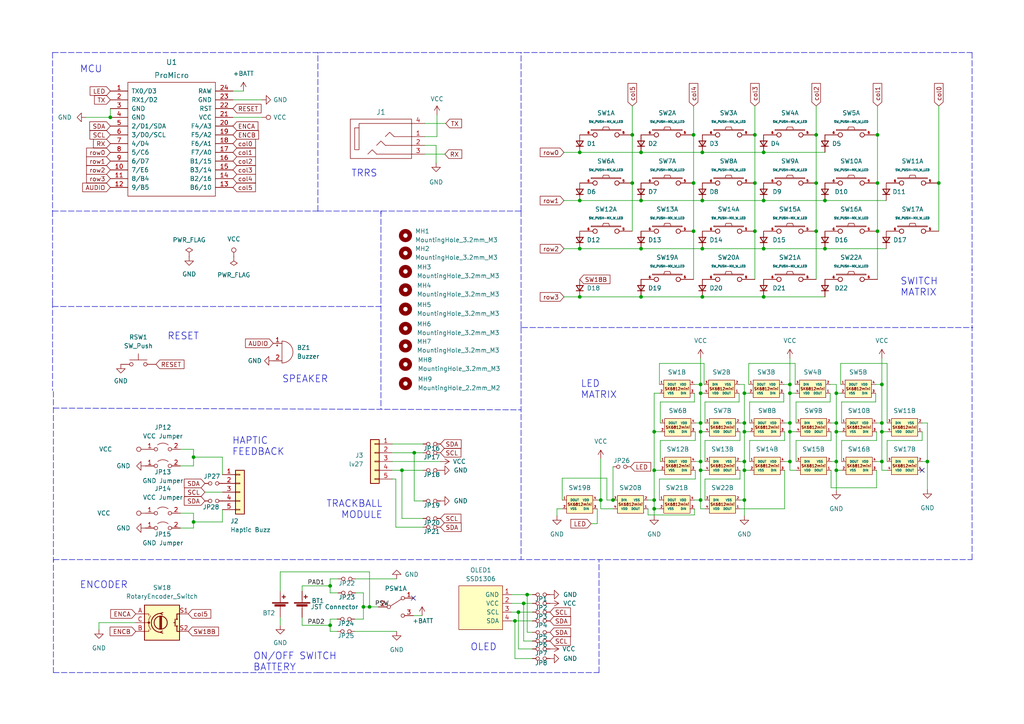
<source format=kicad_sch>
(kicad_sch (version 20230121) (generator eeschema)
  (paper "A4")
  (title_block (title "Klor Split Keyboard") (date "2024-07-24") (rev "1.4") (comment 1 "Schematic based on Klor") (comment 2 "Author: ElectronLab"))
  (junction (at 185.928 86.106))
  (junction (at 174.244 145.034))
  (junction (at 189.738 147.574))
  (junction (at 116.586 136.398))
  (junction (at 203.2 125.222))
  (junction (at 152.908 172.466))
  (junction (at 272.288 53.086))
  (junction (at 120.142 131.318))
  (junction (at 56.134 132.588))
  (junction (at 221.488 86.106))
  (junction (at 32.004 34.036))
  (junction (at 215.9 122.682))
  (junction (at 189.738 145.034))
  (junction (at 203.2 122.682))
  (junction (at 255.778 133.858))
  (junction (at 203.708 44.196))
  (junction (at 95.758 181.356))
  (junction (at 218.948 67.056))
  (junction (at 185.928 72.136))
  (junction (at 201.168 67.056))
  (junction (at 203.708 86.106))
  (junction (at 203.2 133.858))
  (junction (at 56.134 151.384))
  (junction (at 201.168 39.116))
  (junction (at 239.268 72.136))
  (junction (at 168.148 86.106))
  (junction (at 203.2 111.506))
  (junction (at 215.9 125.222))
  (junction (at 185.928 58.166))
  (junction (at 215.9 136.398))
  (junction (at 229.108 114.046))
  (junction (at 255.778 111.506))
  (junction (at 203.708 72.136))
  (junction (at 221.488 58.166))
  (junction (at 183.388 39.116))
  (junction (at 254.508 53.086))
  (junction (at 107.188 176.022))
  (junction (at 95.758 169.926))
  (junction (at 168.148 72.136))
  (junction (at 268.986 133.858))
  (junction (at 185.928 44.196))
  (junction (at 201.168 53.086))
  (junction (at 229.108 133.858))
  (junction (at 242.57 114.046))
  (junction (at 203.708 58.166))
  (junction (at 236.728 53.086))
  (junction (at 177.8 145.034))
  (junction (at 151.892 175.006))
  (junction (at 242.57 136.398))
  (junction (at 254.508 67.056))
  (junction (at 255.778 125.222))
  (junction (at 189.738 136.398))
  (junction (at 149.352 180.086))
  (junction (at 221.488 44.196))
  (junction (at 168.148 44.196))
  (junction (at 189.738 125.222))
  (junction (at 254.508 39.116))
  (junction (at 183.388 53.086))
  (junction (at 168.148 58.166))
  (junction (at 218.948 39.116))
  (junction (at 203.2 114.046))
  (junction (at 236.728 67.056))
  (junction (at 229.108 111.506))
  (junction (at 150.368 177.546))
  (junction (at 221.488 72.136))
  (junction (at 203.2 145.034))
  (junction (at 239.268 58.166))
  (junction (at 105.41 176.022))
  (junction (at 242.57 133.858))
  (junction (at 215.9 133.858))
  (junction (at 229.108 125.222))
  (junction (at 215.9 114.046))
  (junction (at 242.57 122.682))
  (junction (at 242.57 125.222))
  (junction (at 215.9 145.034))
  (junction (at 229.108 122.682))
  (junction (at 255.778 122.682))
  (junction (at 236.728 39.116))
  (junction (at 218.948 53.086))
  (junction (at 203.2 136.398))
  (no_connect (at 119.888 173.482))
  (no_connect (at 267.462 136.398))
  (wire (pts (xy 241.046 133.858) (xy 242.57 133.858)))
  (polyline (pts (xy 151.13 61.214) (xy 151.13 94.996)) (stroke (width 0) (type dash)))
  (wire (pts (xy 255.778 125.222) (xy 257.302 125.222)))
  (wire (pts (xy 105.41 176.022) (xy 105.41 179.578)))
  (wire (pts (xy 229.108 122.682) (xy 229.108 114.046)))
  (wire (pts (xy 214.376 114.046) (xy 214.376 116.586)))
  (wire (pts (xy 201.168 67.056) (xy 201.168 81.026)))
  (wire (pts (xy 215.9 125.222) (xy 217.424 125.222)))
  (wire (pts (xy 176.022 145.034) (xy 177.8 145.034)))
  (wire (pts (xy 151.892 185.928) (xy 154.432 185.928)))
  (wire (pts (xy 113.792 128.778) (xy 122.682 128.778)))
  (wire (pts (xy 203.2 122.682) (xy 203.2 114.046)))
  (wire (pts (xy 214.63 122.682) (xy 215.9 122.682)))
  (wire (pts (xy 39.37 180.594) (xy 28.702 180.594)))
  (wire (pts (xy 185.928 86.106) (xy 203.708 86.106)))
  (polyline (pts (xy 92.202 61.214) (xy 151.13 61.214)) (stroke (width 0) (type dash)))
  (wire (pts (xy 189.738 114.046) (xy 189.738 125.222)))
  (wire (pts (xy 242.57 114.046) (xy 242.57 122.682)))
  (wire (pts (xy 176.022 138.684) (xy 176.022 145.034)))
  (wire (pts (xy 203.2 147.574) (xy 204.47 147.574)))
  (wire (pts (xy 56.134 130.302) (xy 52.324 130.302)))
  (wire (pts (xy 255.778 111.506) (xy 254 111.506)))
  (wire (pts (xy 242.57 133.858) (xy 242.57 136.398)))
  (wire (pts (xy 161.544 147.574) (xy 163.068 147.574)))
  (wire (pts (xy 189.738 136.398) (xy 189.738 145.034)))
  (wire (pts (xy 191.262 145.034) (xy 191.262 138.938)))
  (wire (pts (xy 203.2 103.886) (xy 203.2 111.506)))
  (wire (pts (xy 163.576 72.136) (xy 168.148 72.136)))
  (wire (pts (xy 242.57 111.506) (xy 242.57 114.046)))
  (wire (pts (xy 203.708 72.136) (xy 221.488 72.136)))
  (wire (pts (xy 217.424 122.682) (xy 217.424 116.586)))
  (wire (pts (xy 163.576 86.106) (xy 168.148 86.106)))
  (wire (pts (xy 67.564 28.956) (xy 75.946 28.956)))
  (wire (pts (xy 214.63 125.222) (xy 214.63 127.762)))
  (wire (pts (xy 187.96 149.352) (xy 201.422 149.352)))
  (wire (pts (xy 64.516 147.828) (xy 64.516 151.384)))
  (wire (pts (xy 214.63 133.858) (xy 215.9 133.858)))
  (wire (pts (xy 185.928 58.166) (xy 203.708 58.166)))
  (wire (pts (xy 254.508 30.734) (xy 254.508 39.116)))
  (polyline (pts (xy 92.456 15.24) (xy 193.548 15.24)) (stroke (width 0) (type dash)))
  (wire (pts (xy 203.2 125.222) (xy 203.2 122.682)))
  (wire (pts (xy 201.422 149.352) (xy 201.422 147.574)))
  (wire (pts (xy 189.738 125.222) (xy 191.516 125.222)))
  (polyline (pts (xy 15.24 15.24) (xy 92.202 15.24)) (stroke (width 0) (type dash)))
  (polyline (pts (xy 193.548 15.24) (xy 281.94 15.24)) (stroke (width 0) (type dash)))
  (polyline (pts (xy 173.736 195.072) (xy 173.736 162.306)) (stroke (width 0) (type dash)))
  (wire (pts (xy 267.462 122.682) (xy 268.986 122.682)))
  (wire (pts (xy 171.45 151.892) (xy 173.228 151.892)))
  (wire (pts (xy 217.424 127.762) (xy 227.584 127.762)))
  (wire (pts (xy 149.352 191.008) (xy 154.432 191.008)))
  (wire (pts (xy 229.108 103.886) (xy 229.108 111.506)))
  (wire (pts (xy 227.584 127.762) (xy 227.584 125.222)))
  (wire (pts (xy 168.148 58.166) (xy 185.928 58.166)))
  (wire (pts (xy 255.778 122.682) (xy 255.778 125.222)))
  (wire (pts (xy 203.708 58.166) (xy 221.488 58.166)))
  (wire (pts (xy 214.63 138.938) (xy 204.47 138.938)))
  (wire (pts (xy 126.746 33.274) (xy 126.746 39.624)))
  (polyline (pts (xy 15.24 15.24) (xy 15.24 61.214)) (stroke (width 0) (type dash)))
  (wire (pts (xy 191.262 138.938) (xy 201.676 138.938)))
  (wire (pts (xy 161.544 149.606) (xy 161.544 147.574)))
  (wire (pts (xy 239.268 58.166) (xy 257.048 58.166)))
  (wire (pts (xy 255.778 103.886) (xy 255.778 111.506)))
  (wire (pts (xy 257.302 127.762) (xy 257.302 133.858)))
  (wire (pts (xy 103.124 171.958) (xy 105.41 171.958)))
  (wire (pts (xy 254.254 136.398) (xy 254.254 141.478)))
  (wire (pts (xy 268.986 133.858) (xy 268.986 141.986)))
  (wire (pts (xy 56.134 153.162) (xy 56.134 151.384)))
  (wire (pts (xy 113.792 133.858) (xy 127.762 133.858)))
  (wire (pts (xy 189.738 125.222) (xy 189.738 136.398)))
  (wire (pts (xy 191.516 116.586) (xy 201.422 116.586)))
  (wire (pts (xy 123.19 44.704) (xy 129.032 44.704)))
  (wire (pts (xy 229.108 114.046) (xy 230.632 114.046)))
  (polyline (pts (xy 15.24 88.9) (xy 110.49 88.9)) (stroke (width 0) (type dash)))
  (wire (pts (xy 230.886 127.762) (xy 230.886 133.858)))
  (wire (pts (xy 56.134 135.128) (xy 56.134 132.588)))
  (wire (pts (xy 113.792 131.318) (xy 120.142 131.318)))
  (wire (pts (xy 148.336 177.546) (xy 150.368 177.546)))
  (wire (pts (xy 272.288 53.086) (xy 272.288 67.056)))
  (wire (pts (xy 163.068 138.684) (xy 176.022 138.684)))
  (wire (pts (xy 203.708 86.106) (xy 221.488 86.106)))
  (wire (pts (xy 268.986 122.682) (xy 268.986 133.858)))
  (wire (pts (xy 168.148 72.136) (xy 185.928 72.136)))
  (wire (pts (xy 203.2 114.046) (xy 204.216 114.046)))
  (wire (pts (xy 95.758 171.958) (xy 98.044 171.958)))
  (wire (pts (xy 255.778 125.222) (xy 255.778 133.858)))
  (wire (pts (xy 204.216 105.41) (xy 204.216 111.506)))
  (wire (pts (xy 230.886 116.586) (xy 230.886 122.682)))
  (wire (pts (xy 267.462 127.762) (xy 257.302 127.762)))
  (wire (pts (xy 105.41 176.022) (xy 107.188 176.022)))
  (wire (pts (xy 229.108 133.858) (xy 229.108 125.222)))
  (wire (pts (xy 187.96 145.034) (xy 189.738 145.034)))
  (wire (pts (xy 113.792 138.938) (xy 114.808 138.938)))
  (wire (pts (xy 149.352 180.086) (xy 149.352 191.008)))
  (wire (pts (xy 81.28 171.45) (xy 81.28 165.862)))
  (wire (pts (xy 221.488 58.166) (xy 239.268 58.166)))
  (wire (pts (xy 203.2 125.222) (xy 204.47 125.222)))
  (wire (pts (xy 236.728 30.734) (xy 236.728 39.116)))
  (wire (pts (xy 201.422 145.034) (xy 203.2 145.034)))
  (wire (pts (xy 173.228 151.892) (xy 173.228 147.574)))
  (wire (pts (xy 148.336 180.086) (xy 149.352 180.086)))
  (wire (pts (xy 243.84 105.41) (xy 257.302 105.41)))
  (wire (pts (xy 150.368 177.546) (xy 150.368 188.214)))
  (wire (pts (xy 189.738 149.606) (xy 189.738 147.574)))
  (wire (pts (xy 189.738 136.398) (xy 191.516 136.398)))
  (wire (pts (xy 126.492 42.164) (xy 123.19 42.164)))
  (wire (pts (xy 52.324 148.844) (xy 56.134 148.844)))
  (polyline (pts (xy 15.494 195.072) (xy 92.202 195.072)) (stroke (width 0) (type dash)))
  (wire (pts (xy 217.17 111.506) (xy 217.17 105.41)))
  (wire (pts (xy 56.134 151.384) (xy 64.516 151.384)))
  (wire (pts (xy 243.84 111.506) (xy 243.84 105.41)))
  (polyline (pts (xy 151.384 94.996) (xy 282.194 94.996)) (stroke (width 0) (type dash)))
  (wire (pts (xy 191.262 105.41) (xy 204.216 105.41)))
  (wire (pts (xy 183.388 53.086) (xy 183.388 67.056)))
  (wire (pts (xy 241.046 125.222) (xy 241.046 127.762)))
  (polyline (pts (xy 15.494 162.56) (xy 15.494 162.814)) (stroke (width 0) (type dash)))
  (polyline (pts (xy 15.24 87.63) (xy 15.24 113.284)) (stroke (width 0) (type dash)))
  (wire (pts (xy 203.2 133.858) (xy 203.2 136.398)))
  (wire (pts (xy 120.142 131.318) (xy 122.682 131.318)))
  (wire (pts (xy 173.228 145.034) (xy 174.244 145.034)))
  (wire (pts (xy 191.516 127.762) (xy 201.676 127.762)))
  (wire (pts (xy 203.708 44.196) (xy 221.488 44.196)))
  (wire (pts (xy 257.302 105.41) (xy 257.302 122.682)))
  (wire (pts (xy 215.9 136.398) (xy 217.424 136.398)))
  (wire (pts (xy 215.9 114.046) (xy 215.9 122.682)))
  (wire (pts (xy 64.516 137.668) (xy 64.516 132.588)))
  (wire (pts (xy 113.792 136.398) (xy 116.586 136.398)))
  (wire (pts (xy 217.17 105.41) (xy 230.632 105.41)))
  (wire (pts (xy 189.738 147.574) (xy 191.262 147.574)))
  (wire (pts (xy 227.584 122.682) (xy 229.108 122.682)))
  (wire (pts (xy 214.376 116.586) (xy 204.47 116.586)))
  (wire (pts (xy 254.254 127.762) (xy 254.254 125.222)))
  (wire (pts (xy 215.9 133.858) (xy 215.9 136.398)))
  (wire (pts (xy 241.046 141.478) (xy 254.254 141.478)))
  (wire (pts (xy 255.778 136.398) (xy 257.302 136.398)))
  (wire (pts (xy 236.728 67.056) (xy 236.728 81.026)))
  (wire (pts (xy 254 116.586) (xy 254 114.046)))
  (wire (pts (xy 242.57 122.682) (xy 242.57 125.222)))
  (wire (pts (xy 215.9 125.222) (xy 215.9 133.858)))
  (wire (pts (xy 24.892 34.036) (xy 32.004 34.036)))
  (wire (pts (xy 97.79 183.134) (xy 95.758 183.134)))
  (wire (pts (xy 150.368 188.214) (xy 154.432 188.214)))
  (wire (pts (xy 268.986 133.858) (xy 267.462 133.858)))
  (wire (pts (xy 203.2 114.046) (xy 203.2 111.506)))
  (wire (pts (xy 240.792 116.586) (xy 230.886 116.586)))
  (polyline (pts (xy 15.494 162.306) (xy 281.94 162.306)) (stroke (width 0) (type dash)))
  (wire (pts (xy 174.244 133.096) (xy 174.244 145.034)))
  (wire (pts (xy 215.9 136.398) (xy 215.9 145.034)))
  (wire (pts (xy 229.108 125.222) (xy 229.108 122.682)))
  (wire (pts (xy 191.516 133.858) (xy 191.516 127.762)))
  (wire (pts (xy 123.19 35.814) (xy 129.286 35.814)))
  (wire (pts (xy 187.96 147.574) (xy 187.96 149.352)))
  (wire (pts (xy 163.576 58.166) (xy 168.148 58.166)))
  (wire (pts (xy 215.9 111.506) (xy 215.9 114.046)))
  (wire (pts (xy 244.094 127.762) (xy 254.254 127.762)))
  (wire (pts (xy 95.758 183.134) (xy 95.758 181.356)))
  (wire (pts (xy 151.892 175.006) (xy 151.892 185.928)))
  (wire (pts (xy 254.508 53.086) (xy 254.508 67.056)))
  (polyline (pts (xy 110.49 61.214) (xy 110.49 61.976)) (stroke (width 0) (type dash)))
  (wire (pts (xy 64.516 132.588) (xy 56.134 132.588)))
  (wire (pts (xy 221.488 44.196) (xy 239.268 44.196)))
  (polyline (pts (xy 281.94 77.978) (xy 281.94 78.232)) (stroke (width 0) (type dash)))
  (wire (pts (xy 203.2 136.398) (xy 203.2 145.034)))
  (wire (pts (xy 95.758 167.894) (xy 95.758 169.926)))
  (wire (pts (xy 218.948 30.734) (xy 218.948 39.116)))
  (wire (pts (xy 185.928 72.136) (xy 203.708 72.136)))
  (wire (pts (xy 126.492 47.244) (xy 126.492 42.164)))
  (wire (pts (xy 148.336 172.466) (xy 152.908 172.466)))
  (wire (pts (xy 214.63 136.398) (xy 214.63 138.938)))
  (wire (pts (xy 56.134 132.588) (xy 56.134 130.302)))
  (wire (pts (xy 203.2 133.858) (xy 203.2 125.222)))
  (wire (pts (xy 229.108 111.506) (xy 227.33 111.506)))
  (wire (pts (xy 123.19 39.624) (xy 126.746 39.624)))
  (wire (pts (xy 105.41 171.958) (xy 105.41 176.022)))
  (wire (pts (xy 149.352 180.086) (xy 154.432 180.086)))
  (wire (pts (xy 221.488 86.106) (xy 239.268 86.106)))
  (wire (pts (xy 201.422 116.586) (xy 201.422 114.046)))
  (wire (pts (xy 254.254 122.682) (xy 255.778 122.682)))
  (wire (pts (xy 52.324 153.162) (xy 56.134 153.162)))
  (wire (pts (xy 229.108 133.858) (xy 229.108 136.398)))
  (wire (pts (xy 87.63 181.356) (xy 95.758 181.356)))
  (wire (pts (xy 255.778 111.506) (xy 255.778 122.682)))
  (wire (pts (xy 102.87 179.578) (xy 105.41 179.578)))
  (wire (pts (xy 218.948 67.056) (xy 218.948 81.026)))
  (wire (pts (xy 201.168 53.086) (xy 201.168 67.056)))
  (wire (pts (xy 203.2 136.398) (xy 204.47 136.398)))
  (wire (pts (xy 168.148 86.106) (xy 185.928 86.106)))
  (wire (pts (xy 120.142 131.318) (xy 120.142 145.288)))
  (wire (pts (xy 242.57 125.222) (xy 244.094 125.222)))
  (wire (pts (xy 201.168 30.734) (xy 201.168 39.116)))
  (wire (pts (xy 152.908 183.388) (xy 152.908 172.466)))
  (wire (pts (xy 267.462 125.222) (xy 267.462 127.762)))
  (wire (pts (xy 183.388 39.116) (xy 183.388 53.086)))
  (polyline (pts (xy 281.94 162.306) (xy 281.94 79.756)) (stroke (width 0) (type dash)))
  (wire (pts (xy 227.33 116.586) (xy 227.33 114.046)))
  (wire (pts (xy 174.244 145.034) (xy 174.244 147.574)))
  (wire (pts (xy 98.044 167.894) (xy 95.758 167.894)))
  (wire (pts (xy 242.57 136.398) (xy 244.094 136.398)))
  (wire (pts (xy 218.948 39.116) (xy 218.948 53.086)))
  (polyline (pts (xy 110.49 61.214) (xy 110.49 118.618)) (stroke (width 0) (type dash)))
  (wire (pts (xy 244.094 122.682) (xy 244.094 116.586)))
  (wire (pts (xy 254.508 39.116) (xy 254.508 53.086)))
  (wire (pts (xy 174.244 147.574) (xy 177.8 147.574)))
  (wire (pts (xy 150.368 177.546) (xy 154.432 177.546)))
  (wire (pts (xy 201.676 127.762) (xy 201.676 125.222)))
  (wire (pts (xy 230.632 105.41) (xy 230.632 111.506)))
  (wire (pts (xy 244.094 116.586) (xy 254 116.586)))
  (wire (pts (xy 229.108 136.398) (xy 230.886 136.398)))
  (wire (pts (xy 119.888 178.562) (xy 122.428 178.562)))
  (wire (pts (xy 95.758 179.578) (xy 97.79 179.578)))
  (wire (pts (xy 204.47 127.762) (xy 204.47 133.858)))
  (wire (pts (xy 201.168 39.116) (xy 201.168 53.086)))
  (wire (pts (xy 221.488 72.136) (xy 239.268 72.136)))
  (wire (pts (xy 241.046 122.682) (xy 242.57 122.682)))
  (wire (pts (xy 116.586 136.398) (xy 116.586 150.368)))
  (wire (pts (xy 214.63 145.034) (xy 215.9 145.034)))
  (wire (pts (xy 229.108 114.046) (xy 229.108 111.506)))
  (wire (pts (xy 203.2 145.034) (xy 203.2 147.574)))
  (wire (pts (xy 185.928 44.196) (xy 203.708 44.196)))
  (wire (pts (xy 236.728 39.116) (xy 236.728 53.086)))
  (wire (pts (xy 215.9 145.034) (xy 215.9 149.606)))
  (wire (pts (xy 215.9 122.682) (xy 215.9 125.222)))
  (wire (pts (xy 102.87 183.134) (xy 115.062 183.134)))
  (wire (pts (xy 191.262 111.506) (xy 191.262 105.41)))
  (wire (pts (xy 255.778 136.398) (xy 255.778 133.858)))
  (wire (pts (xy 95.758 169.926) (xy 95.758 171.958)))
  (wire (pts (xy 236.728 53.086) (xy 236.728 67.056)))
  (wire (pts (xy 148.336 175.006) (xy 151.892 175.006)))
  (wire (pts (xy 122.682 145.288) (xy 120.142 145.288)))
  (wire (pts (xy 218.948 53.086) (xy 218.948 67.056)))
  (wire (pts (xy 177.8 135.382) (xy 177.8 145.034)))
  (wire (pts (xy 227.584 147.574) (xy 227.584 136.398)))
  (wire (pts (xy 217.424 133.858) (xy 217.424 127.762)))
  (wire (pts (xy 215.9 114.046) (xy 217.17 114.046)))
  (wire (pts (xy 241.046 127.762) (xy 230.886 127.762)))
  (wire (pts (xy 214.376 111.506) (xy 215.9 111.506)))
  (wire (pts (xy 189.738 145.034) (xy 189.738 147.574)))
  (wire (pts (xy 214.63 147.574) (xy 227.584 147.574)))
  (wire (pts (xy 56.134 148.844) (xy 56.134 151.384)))
  (wire (pts (xy 239.268 72.136) (xy 257.048 72.136)))
  (polyline (pts (xy 151.13 61.214) (xy 151.13 15.24)) (stroke (width 0) (type dash)))
  (wire (pts (xy 201.676 138.938) (xy 201.676 136.398)))
  (wire (pts (xy 59.436 142.748) (xy 64.516 142.748)))
  (wire (pts (xy 168.148 44.196) (xy 185.928 44.196)))
  (wire (pts (xy 229.108 125.222) (xy 230.886 125.222)))
  (wire (pts (xy 151.892 175.006) (xy 154.432 175.006)))
  (polyline (pts (xy 151.13 94.996) (xy 151.13 162.306)) (stroke (width 0) (type dash)))
  (wire (pts (xy 254.508 67.056) (xy 254.508 81.026)))
  (polyline (pts (xy 15.494 118.364) (xy 151.13 118.872)) (stroke (width 0) (type dash)))
  (polyline (pts (xy 15.494 113.538) (xy 15.494 195.072)) (stroke (width 0) (type dash)))
  (wire (pts (xy 87.63 169.926) (xy 95.758 169.926)))
  (wire (pts (xy 242.57 136.398) (xy 242.57 142.24)))
  (wire (pts (xy 107.188 176.022) (xy 109.728 176.022)))
  (wire (pts (xy 254.254 133.858) (xy 255.778 133.858)))
  (wire (pts (xy 227.584 133.858) (xy 229.108 133.858)))
  (wire (pts (xy 163.576 44.196) (xy 168.148 44.196)))
  (polyline (pts (xy 281.94 15.24) (xy 281.94 79.756)) (stroke (width 0) (type dash)))
  (wire (pts (xy 52.324 135.128) (xy 56.134 135.128)))
  (wire (pts (xy 103.124 167.894) (xy 115.062 167.894)))
  (wire (pts (xy 122.682 152.908) (xy 114.808 152.908)))
  (wire (pts (xy 152.908 183.388) (xy 154.432 183.388)))
  (wire (pts (xy 87.63 171.45) (xy 87.63 169.926)))
  (wire (pts (xy 214.63 127.762) (xy 204.47 127.762)))
  (wire (pts (xy 28.702 180.594) (xy 28.702 182.626)))
  (wire (pts (xy 87.63 179.07) (xy 87.63 181.356)))
  (wire (pts (xy 81.28 179.07) (xy 81.28 181.356)))
  (wire (pts (xy 240.792 111.506) (xy 242.57 111.506)))
  (wire (pts (xy 217.424 116.586) (xy 227.33 116.586)))
  (wire (pts (xy 272.288 30.734) (xy 272.288 53.086)))
  (wire (pts (xy 114.808 152.908) (xy 114.808 138.938)))
  (wire (pts (xy 242.57 114.046) (xy 243.84 114.046)))
  (wire (pts (xy 163.068 145.034) (xy 163.068 138.684)))
  (wire (pts (xy 67.564 34.036) (xy 75.946 34.036)))
  (wire (pts (xy 183.388 30.734) (xy 183.388 39.116)))
  (wire (pts (xy 204.47 138.938) (xy 204.47 145.034)))
  (wire (pts (xy 241.046 136.398) (xy 241.046 141.478)))
  (wire (pts (xy 191.516 122.682) (xy 191.516 116.586)))
  (wire (pts (xy 107.188 165.862) (xy 107.188 176.022)))
  (wire (pts (xy 95.758 181.356) (xy 95.758 179.578)))
  (wire (pts (xy 81.28 165.862) (xy 107.188 165.862)))
  (wire (pts (xy 240.792 114.046) (xy 240.792 116.586)))
  (wire (pts (xy 191.262 114.046) (xy 189.738 114.046)))
  (wire (pts (xy 203.2 111.506) (xy 201.422 111.506)))
  (wire (pts (xy 32.004 31.496) (xy 32.004 34.036)))
  (polyline (pts (xy 15.24 61.214) (xy 92.202 61.214)) (stroke (width 0) (type dash)))
  (wire (pts (xy 201.676 122.682) (xy 203.2 122.682)))
  (wire (pts (xy 242.57 125.222) (xy 242.57 133.858)))
  (wire (pts (xy 122.682 150.368) (xy 116.586 150.368)))
  (wire (pts (xy 116.586 136.398) (xy 122.682 136.398)))
  (wire (pts (xy 204.47 116.586) (xy 204.47 122.682)))
  (wire (pts (xy 244.094 133.858) (xy 244.094 127.762)))
  (wire (pts (xy 201.676 133.858) (xy 203.2 133.858)))
  (wire (pts (xy 67.564 26.416) (xy 70.612 26.416)))
  (wire (pts (xy 152.908 172.466) (xy 154.432 172.466)))
  (polyline (pts (xy 92.202 61.214) (xy 92.202 15.24)) (stroke (width 0) (type dash)))
  (polyline (pts (xy 92.202 195.072) (xy 173.736 195.072)) (stroke (width 0) (type dash)))
  (polyline (pts (xy 15.24 61.214) (xy 15.24 87.63)) (stroke (width 0) (type dash)))
  (text "SWITCH\nMATRIX" (at 261.112 86.106 0) (effects (font (size 2 2)) (justify left bottom)))
  (text "MCU" (at 23.114 21.336 0) (effects (font (size 2 2)) (justify left bottom)))
  (text "ON/OFF SWITCH\nBATTERY" (at 73.406 194.818 0) (effects (font (size 2 2)) (justify left bottom)))
  (text "HAPTIC\nFEEDBACK" (at 67.31 132.334 0) (effects (font (size 2 2)) (justify left bottom)))
  (text "ENCODER" (at 23.114 170.942 0) (effects (font (size 2 2)) (justify left bottom)))
  (text "OLED" (at 136.398 188.976 0) (effects (font (size 2 2)) (justify left bottom)))
  (text "LED\nMATRIX" (at 168.402 115.824 0) (effects (font (size 2 2)) (justify left bottom)))
  (text "TRRS" (at 101.854 51.562 0) (effects (font (size 2 2)) (justify left bottom)))
  (text "TRACKBALL\nMODULE" (at 110.998 150.622 0) (effects (font (size 2 2)) (justify right bottom)))
  (text "RESET" (at 48.514 98.806 0) (effects (font (size 2 2)) (justify left bottom)))
  (text "SPEAKER" (at 81.788 111.252 0) (effects (font (size 2 2)) (justify left bottom)))
  (label "PAD2" (at 89.154 181.356 0))
  (label "PSW" (at 108.712 176.022 0))
  (label "PAD1" (at 89.154 169.926 0))
  (global_label "SCL" (shape input) (at 127.762 131.318 0) (property "Intersheetrefs" "${INTERSHEET_REFS}" (effects hide)))
  (global_label "TX" (shape input) (at 129.286 35.814 0) (property "Intersheetrefs" "${INTERSHEET_REFS}" (effects hide)))
  (global_label "RX" (shape input) (at 129.032 44.704 0) (property "Intersheetrefs" "${INTERSHEET_REFS}" (effects hide)))
  (global_label "SDA" (shape input) (at 32.004 36.576 180) (property "Intersheetrefs" "${INTERSHEET_REFS}" (effects hide)))
  (global_label "col0" (shape input) (at 272.288 30.734 90) (property "Intersheetrefs" "${INTERSHEET_REFS}" (effects hide)))
  (global_label "row2" (shape input) (at 163.576 72.136 180) (property "Intersheetrefs" "${INTERSHEET_REFS}" (effects hide)))
  (global_label "TX" (shape input) (at 32.004 28.956 180) (property "Intersheetrefs" "${INTERSHEET_REFS}" (effects hide)))
  (global_label "row3" (shape input) (at 163.576 86.106 180) (property "Intersheetrefs" "${INTERSHEET_REFS}" (effects hide)))
  (global_label "SW18B" (shape input) (at 168.148 81.026 0) (property "Intersheetrefs" "${INTERSHEET_REFS}" (effects hide)))
  (global_label "SDA" (shape input) (at 127.762 128.778 0) (property "Intersheetrefs" "${INTERSHEET_REFS}" (effects hide)))
  (global_label "LED" (shape input) (at 182.88 135.382 0) (property "Intersheetrefs" "${INTERSHEET_REFS}" (effects hide)))
  (global_label "col5" (shape input) (at 67.564 54.356 0) (property "Intersheetrefs" "${INTERSHEET_REFS}" (effects hide)))
  (global_label "SDA" (shape input) (at 159.512 180.086 0) (property "Intersheetrefs" "${INTERSHEET_REFS}" (effects hide)))
  (global_label "ENCA" (shape input) (at 39.37 178.054 180) (property "Intersheetrefs" "${INTERSHEET_REFS}" (effects hide)))
  (global_label "col4" (shape input) (at 67.564 51.816 0) (property "Intersheetrefs" "${INTERSHEET_REFS}" (effects hide)))
  (global_label "col0" (shape input) (at 67.564 41.656 0) (property "Intersheetrefs" "${INTERSHEET_REFS}" (effects hide)))
  (global_label "SCL" (shape input) (at 32.004 39.116 180) (property "Intersheetrefs" "${INTERSHEET_REFS}" (effects hide)))
  (global_label "RESET" (shape input) (at 45.212 105.664 0) (property "Intersheetrefs" "${INTERSHEET_REFS}" (effects hide)))
  (global_label "col1" (shape input) (at 254.508 30.734 90) (property "Intersheetrefs" "${INTERSHEET_REFS}" (effects hide)))
  (global_label "col2" (shape input) (at 236.728 30.734 90) (property "Intersheetrefs" "${INTERSHEET_REFS}" (effects hide)))
  (global_label "row3" (shape input) (at 32.004 51.816 180) (property "Intersheetrefs" "${INTERSHEET_REFS}" (effects hide)))
  (global_label "row2" (shape input) (at 32.004 49.276 180) (property "Intersheetrefs" "${INTERSHEET_REFS}" (effects hide)))
  (global_label "row0" (shape input) (at 163.576 44.196 180) (property "Intersheetrefs" "${INTERSHEET_REFS}" (effects hide)))
  (global_label "col4" (shape input) (at 201.168 30.734 90) (property "Intersheetrefs" "${INTERSHEET_REFS}" (effects hide)))
  (global_label "row0" (shape input) (at 32.004 44.196 180) (property "Intersheetrefs" "${INTERSHEET_REFS}" (effects hide)))
  (global_label "SCL" (shape input) (at 127.762 150.368 0) (property "Intersheetrefs" "${INTERSHEET_REFS}" (effects hide)))
  (global_label "SCL" (shape input) (at 159.512 177.546 0) (property "Intersheetrefs" "${INTERSHEET_REFS}" (effects hide)))
  (global_label "SDA" (shape input) (at 59.436 140.208 180) (property "Intersheetrefs" "${INTERSHEET_REFS}" (effects hide)))
  (global_label "AUDIO" (shape input) (at 32.004 54.356 180) (property "Intersheetrefs" "${INTERSHEET_REFS}" (effects hide)))
  (global_label "col3" (shape input) (at 218.948 30.734 90) (property "Intersheetrefs" "${INTERSHEET_REFS}" (effects hide)))
  (global_label "ENCB" (shape input) (at 67.564 39.116 0) (property "Intersheetrefs" "${INTERSHEET_REFS}" (effects hide)))
  (global_label "SCL" (shape input) (at 159.512 185.928 0) (property "Intersheetrefs" "${INTERSHEET_REFS}" (effects hide)))
  (global_label "SDA" (shape input) (at 159.512 183.388 0) (property "Intersheetrefs" "${INTERSHEET_REFS}" (effects hide)))
  (global_label "col5" (shape input) (at 183.388 30.734 90) (property "Intersheetrefs" "${INTERSHEET_REFS}" (effects hide)))
  (global_label "RESET" (shape input) (at 67.564 31.496 0) (property "Intersheetrefs" "${INTERSHEET_REFS}" (effects hide)))
  (global_label "LED" (shape input) (at 171.45 151.892 180) (property "Intersheetrefs" "${INTERSHEET_REFS}" (effects hide)))
  (global_label "SDA" (shape input) (at 127.762 152.908 0) (property "Intersheetrefs" "${INTERSHEET_REFS}" (effects hide)))
  (global_label "col5" (shape input) (at 54.61 178.054 0) (property "Intersheetrefs" "${INTERSHEET_REFS}" (effects hide)))
  (global_label "SDA" (shape input) (at 59.436 145.288 180) (property "Intersheetrefs" "${INTERSHEET_REFS}" (effects hide)))
  (global_label "row1" (shape input) (at 163.576 58.166 180) (property "Intersheetrefs" "${INTERSHEET_REFS}" (effects hide)))
  (global_label "ENCB" (shape input) (at 39.37 183.134 180) (property "Intersheetrefs" "${INTERSHEET_REFS}" (effects hide)))
  (global_label "col2" (shape input) (at 67.564 46.736 0) (property "Intersheetrefs" "${INTERSHEET_REFS}" (effects hide)))
  (global_label "SW18B" (shape input) (at 54.61 183.134 0) (property "Intersheetrefs" "${INTERSHEET_REFS}" (effects hide)))
  (global_label "ENCA" (shape input) (at 67.564 36.576 0) (property "Intersheetrefs" "${INTERSHEET_REFS}" (effects hide)))
  (global_label "col3" (shape input) (at 67.564 49.276 0) (property "Intersheetrefs" "${INTERSHEET_REFS}" (effects hide)))
  (global_label "row1" (shape input) (at 32.004 46.736 180) (property "Intersheetrefs" "${INTERSHEET_REFS}" (effects hide)))
  (global_label "col1" (shape input) (at 67.564 44.196 0) (property "Intersheetrefs" "${INTERSHEET_REFS}" (effects hide)))
  (global_label "LED" (shape input) (at 32.004 26.416 180) (property "Intersheetrefs" "${INTERSHEET_REFS}" (effects hide)))
  (global_label "AUDIO" (shape input) (at 79.248 99.568 180) (property "Intersheetrefs" "${INTERSHEET_REFS}" (effects hide)))
  (global_label "RX" (shape input) (at 32.004 41.656 180) (property "Intersheetrefs" "${INTERSHEET_REFS}" (effects hide)))
  (global_label "SCL" (shape input) (at 59.436 142.748 180) (property "Intersheetrefs" "${INTERSHEET_REFS}" (effects hide)))
  (symbol (lib_id "KLORlib:SW_PUSH-MX_W_LED") (at 196.596 123.952 0) (unit 2)
    (property "Reference" "SW6" (at 196.596 119.126 0))
    (property "Value" "SW_PUSH-MX_W_LED" (effects hide))
    (property "Footprint" "KLOR:SK6812MINI_and_cherry_1" (effects hide))
  )
  (symbol (lib_id "KLORlib:SW_PUSH-MX_W_LED") (at 196.342 146.304 0) (unit 2)
    (property "Reference" "SW21" (at 196.342 141.478 0))
    (property "Value" "SW_PUSH-MX_W_LED" (effects hide))
    (property "Footprint" "KLOR:SK6812MINI_and_cherry_1" (effects hide))
  )
  (symbol (lib_id "power:GND") (at 159.512 191.008 90) (unit 1)
    (property "Reference" "#PWR015" (effects hide))
    (property "Value" "GND" (at 163.322 191.0079 90) (effects (justify right)))
  )
  (symbol (lib_id "Device:D_Small") (at 203.708 41.656 90) (unit 1)
    (property "Reference" "D3" (at 205.74 41.6559 90) (effects (justify right)))
    (property "Value" "D_Small" (effects hide))
    (property "Footprint" "KLOR:Diode_SOD123" (effects hide))
  )
  (symbol (lib_id "power:+BATT") (at 70.612 26.416 0) (unit 1)
    (property "Reference" "#PWR0109" (effects hide))
    (property "Value" "+BATT" (at 70.612 21.336 0))
  )
  (symbol (lib_id "Mechanical:MountingHole") (at 117.602 89.662 0) (unit 1)
    (property "Reference" "MH5" (at 120.904 88.3919 0) (effects (justify left)))
    (property "Value" "MountingHole_3.2mm_M3" (at 120.904 90.9319 0) (effects (justify left)))
    (property "Footprint" "MountingHole:MountingHole_3.2mm_M3" (effects hide))
  )
  (symbol (lib_id "Device:Buzzer") (at 81.788 102.108 0) (unit 1)
    (property "Reference" "BZ1" (at 86.106 100.8379 0) (effects (justify left)))
    (property "Value" "Buzzer" (at 86.106 103.3779 0) (effects (justify left)))
    (property "Footprint" "KLOR:Buzzer_Mallory_AST1109MLTRQ_reversible" (effects hide))
  )
  (symbol (lib_id "Mechanical:MountingHole") (at 117.602 105.664 0) (unit 1)
    (property "Reference" "MH8" (at 121.158 104.3939 0) (effects (justify left)))
    (property "Value" "MountingHole_3.2mm_M3" (at 121.158 106.9339 0) (effects (justify left)))
    (property "Footprint" "MountingHole:MountingHole_3.2mm_M3" (effects hide))
  )
  (symbol (lib_id "KLORlib:SW_PUSH-MX_W_LED") (at 211.328 67.056 0) (unit 1)
    (property "Reference" "SW14" (at 211.328 60.706 0))
    (property "Value" "SW_PUSH-MX_W_LED" (at 211.328 63.246 0) (effects (font (size 0.635 0.635))))
    (property "Footprint" "KLOR:SK6812MINI_and_cherry_1" (effects hide))
  )
  (symbol (lib_id "KLORlib:SW_PUSH-MX_W_LED") (at 193.548 67.056 0) (unit 1)
    (property "Reference" "SW13" (at 193.548 60.706 0))
    (property "Value" "SW_PUSH-MX_W_LED" (at 193.548 63.246 0) (effects (font (size 0.635 0.635))))
    (property "Footprint" "KLOR:SK6812MINI_and_cherry_1" (effects hide))
  )
  (symbol (lib_id "Device:D_Small") (at 239.268 69.596 90) (unit 1)
    (property "Reference" "D16" (at 242.062 69.5959 90) (effects (justify right)))
    (property "Value" "D_Small" (effects hide))
    (property "Footprint" "KLOR:Diode_SOD123" (effects hide))
  )
  (symbol (lib_id "Device:D_Small") (at 203.708 83.566 90) (unit 1)
    (property "Reference" "D20" (at 205.74 83.5659 90) (effects (justify right)))
    (property "Value" "D_Small" (effects hide))
    (property "Footprint" "KLOR:Diode_SOD123" (effects hide))
  )
  (symbol (lib_id "power:GND") (at 35.052 105.664 0) (unit 1)
    (property "Reference" "#PWR014" (effects hide))
    (property "Value" "GND" (at 35.052 110.49 0))
  )
  (symbol (lib_id "SofleKeyboard-cache:power_VCC") (at 67.818 74.422 0) (unit 1)
    (property "Reference" "#PWR017" (effects hide))
    (property "Value" "power_VCC" (at 67.818 69.342 0))
  )
  (symbol (lib_id "Device:D_Small") (at 168.148 83.566 90) (unit 1)
    (property "Reference" "D18" (at 170.18 83.5659 90) (effects (justify right)))
    (property "Value" "D_Small" (effects hide))
    (property "Footprint" "KLOR:Diode_SOD123" (effects hide))
  )
  (symbol (lib_id "KLORlib:SW_PUSH-MX_W_LED") (at 235.966 123.952 180) (unit 2)
    (property "Reference" "SW9" (at 235.966 119.126 0))
    (property "Value" "SW_PUSH-MX_W_LED" (effects hide))
    (property "Footprint" "KLOR:SK6812MINI_and_cherry_1" (effects hide))
  )
  (symbol (lib_id "KLORlib:SW_PUSH-MX_W_LED") (at 211.328 39.116 0) (unit 1)
    (property "Reference" "SW3" (at 211.328 32.766 0))
    (property "Value" "SW_PUSH-MX_W_LED" (at 211.328 35.306 0) (effects (font (size 0.635 0.635))))
    (property "Footprint" "KLOR:SK6812MINI_and_cherry_1" (effects hide))
  )
  (symbol (lib_id "Switch:SW_DPDT_x2") (at 114.808 176.022 0) (unit 1)
    (property "Reference" "PSW1" (at 114.808 170.688 0))
    (property "Value" "SW_DPDT_x2" (effects hide))
    (property "Footprint" "KLOR:MSK12C02_reversible" (effects hide))
  )
  (symbol (lib_id "KLORlib:SW_PUSH-MX_W_LED") (at 246.888 67.056 0) (unit 1)
    (property "Reference" "SW16" (at 246.888 60.706 0))
    (property "Value" "SW_PUSH-MX_W_LED" (at 246.888 63.246 0) (effects (font (size 0.635 0.635))))
    (property "Footprint" "KLOR:SK6812MINI_and_cherry_1" (effects hide))
  )
  (symbol (lib_id "KLORlib:SW_PUSH-MX_W_LED") (at 193.548 81.026 0) (unit 1)
    (property "Reference" "SW19" (at 193.548 74.676 0))
    (property "Value" "SW_PUSH-MX_W_LED" (at 193.548 77.216 0) (effects (font (size 0.635 0.635))))
    (property "Footprint" "KLOR:SK6812MINI_and_cherry_1" (effects hide))
  )
  (symbol (lib_id "Connector_Generic:Conn_01x05") (at 108.712 133.858 0) (mirror y) (unit 1)
    (property "Reference" "J3" (at 105.41 132.08 0) (effects (justify left)))
    (property "Value" "lv27" (at 105.41 134.62 0) (effects (justify left)))
    (property "Footprint" "KLOR:lvc27_onlyInput" (effects hide))
  )
  (symbol (lib_id "KLORlib:Device_Jumper_NO_Small") (at 100.584 171.958 0) (unit 1)
    (property "Reference" "JP23" (at 100.584 173.228 0))
    (property "Value" "Device_Jumper_NO_Small" (effects hide))
    (property "Footprint" "KLOR:Jumper" (effects hide))
  )
  (symbol (lib_id "power:+BATT") (at 122.428 178.562 0) (unit 1)
    (property "Reference" "#PWR0104" (effects hide))
    (property "Value" "+BATT" (at 122.682 180.086 0))
  )
  (symbol (lib_id "KLORlib:MJ-4PP-9 TRRS") (at 111.76 39.624 0) (unit 1)
    (property "Reference" "J1" (at 110.49 32.512 0) (effects (font (size 1.524 1.524))))
    (property "Value" "MJ-4PP-9" (effects hide))
    (property "Footprint" "KLOR:MJ-4PP-9" (effects hide))
  )
  (symbol (lib_id "power:GND") (at 75.946 28.956 90) (unit 1)
    (property "Reference" "#PWR0103" (effects hide))
    (property "Value" "GND" (at 79.248 28.9559 90) (effects (justify right)))
  )
  (symbol (lib_id "KLORlib:Device_Jumper_NO_Small") (at 61.976 145.288 0) (unit 1)
    (property "Reference" "JP28" (at 61.214 147.066 0))
    (property "Value" "Device_Jumper_NO_Small" (effects hide))
    (property "Footprint" "KLOR:Jumper" (effects hide))
  )
  (symbol (lib_id "KLORlib:SW_PUSH-MX_W_LED") (at 222.504 123.952 0) (unit 2)
    (property "Reference" "SW8" (at 222.504 119.126 0))
    (property "Value" "SW_PUSH-MX_W_LED" (effects hide))
    (property "Footprint" "KLOR:SK6812MINI_and_cherry_1" (effects hide))
  )
  (symbol (lib_id "SSD1306-128x64_OLED:SSD1306") (at 139.446 176.276 270) (unit 1)
    (property "Reference" "OLED1" (at 139.446 165.354 90))
    (property "Value" "SSD1306" (at 139.446 167.894 90))
    (property "Footprint" "KLOR:SSD1306_128x64OLED" (effects hide))
  )
  (symbol (lib_id "KLORlib:Device_Jumper_NO_Small") (at 156.972 191.008 0) (unit 1)
    (property "Reference" "JP8" (at 156.972 192.278 0))
    (property "Value" "Device_Jumper_NO_Small" (effects hide))
    (property "Footprint" "KLOR:Jumper" (effects hide))
  )
  (symbol (lib_id "Device:D_Small") (at 221.488 55.626 90) (unit 1)
    (property "Reference" "D9" (at 224.028 55.6259 90) (effects (justify right)))
    (property "Value" "D_Small" (effects hide))
    (property "Footprint" "KLOR:Diode_SOD123" (effects hide))
  )
  (symbol (lib_id "KLORlib:SW_PUSH-MX_W_LED") (at 229.108 67.056 0) (unit 1)
    (property "Reference" "SW15" (at 229.108 60.706 0))
    (property "Value" "SW_PUSH-MX_W_LED" (at 229.108 63.246 0) (effects (font (size 0.635 0.635))))
    (property "Footprint" "KLOR:SK6812MINI_and_cherry_1" (effects hide))
  )
  (symbol (lib_id "KLORlib:SW_PUSH-MX_W_LED") (at 182.88 146.304 180) (unit 2)
    (property "Reference" "SW20" (at 182.88 141.478 0))
    (property "Value" "SW_PUSH-MX_W_LED" (effects hide))
    (property "Footprint" "KLOR:SK6812MINI_and_cherry_1" (effects hide))
  )
  (symbol (lib_id "power:VCC") (at 255.778 103.886 0) (unit 1)
    (property "Reference" "#PWR0110" (effects hide))
    (property "Value" "VCC" (at 255.778 98.806 0))
  )
  (symbol (lib_id "Mechanical:MountingHole") (at 117.602 84.074 0) (unit 1)
    (property "Reference" "MH4" (at 120.904 82.8039 0) (effects (justify left)))
    (property "Value" "MountingHole_3.2mm_M3" (at 120.904 85.3439 0) (effects (justify left)))
    (property "Footprint" "MountingHole:MountingHole_3.2mm_M3" (effects hide))
  )
  (symbol (lib_id "Switch:SW_Push") (at 40.132 105.664 0) (unit 1)
    (property "Reference" "RSW1" (at 40.132 97.79 0))
    (property "Value" "SW_Push" (at 40.132 100.33 0))
    (property "Footprint" "KLOR:SW_Push_1P1T-MP_NO_Horizontal_Alps_SKRTLAE010_both_sides" (effects hide))
  )
  (symbol (lib_id "Device:D_Small") (at 221.488 41.656 90) (unit 1)
    (property "Reference" "D4" (at 223.52 41.6559 90) (effects (justify right)))
    (property "Value" "D_Small" (effects hide))
    (property "Footprint" "KLOR:Diode_SOD123" (effects hide))
  )
  (symbol (lib_id "power:GND") (at 81.28 181.356 0) (unit 1)
    (property "Reference" "#PWR0119" (effects hide))
    (property "Value" "GND" (at 81.28 186.436 0))
  )
  (symbol (lib_id "Jumper:Jumper_2_Open") (at 47.244 135.128 0) (unit 1)
    (property "Reference" "JP13" (at 47.244 136.906 0))
    (property "Value" "GND Jumper" (at 47.244 139.446 0))
    (property "Footprint" "KLOR:Jumper" (effects hide))
  )
  (symbol (lib_id "KLORlib:SW_PUSH-MX_W_LED") (at 222.504 135.128 0) (unit 2)
    (property "Reference" "SW14" (at 222.504 130.302 0))
    (property "Value" "SW_PUSH-MX_W_LED" (effects hide))
    (property "Footprint" "KLOR:SK6812MINI_and_cherry_1" (effects hide))
  )
  (symbol (lib_id "Device:D_Small") (at 185.928 55.626 90) (unit 1)
    (property "Reference" "D7" (at 187.96 55.6259 90) (effects (justify right)))
    (property "Value" "D_Small" (effects hide))
    (property "Footprint" "KLOR:Diode_SOD123" (effects hide))
  )
  (symbol (lib_id "Device:D_Small") (at 221.488 69.596 90) (unit 1)
    (property "Reference" "D15" (at 224.028 69.5959 90) (effects (justify right)))
    (property "Value" "D_Small" (effects hide))
    (property "Footprint" "KLOR:Diode_SOD123" (effects hide))
  )
  (symbol (lib_id "power:GND") (at 268.986 141.986 0) (unit 1)
    (property "Reference" "#PWR0115" (effects hide))
    (property "Value" "GND" (at 268.986 147.32 0))
  )
  (symbol (lib_id "power:GND") (at 28.702 182.626 0) (unit 1)
    (property "Reference" "#PWR020" (effects hide))
    (property "Value" "GND" (at 28.702 187.96 0))
  )
  (symbol (lib_id "KLORlib:Device_Jumper_NO_Small") (at 100.33 179.578 0) (unit 1)
    (property "Reference" "JP24" (at 100.33 180.848 0))
    (property "Value" "Device_Jumper_NO_Small" (effects hide))
    (property "Footprint" "KLOR:Jumper" (effects hide))
  )
  (symbol (lib_id "KLORlib:SW_PUSH-MX_W_LED") (at 175.768 53.086 0) (unit 1)
    (property "Reference" "SW6" (at 175.768 46.736 0))
    (property "Value" "SW_PUSH-MX_W_LED" (at 175.768 49.276 0) (effects (font (size 0.635 0.635))))
    (property "Footprint" "KLOR:SK6812MINI_and_cherry_1" (effects hide))
  )
  (symbol (lib_id "Device:D_Small") (at 185.928 83.566 90) (unit 1)
    (property "Reference" "D19" (at 187.96 83.5659 90) (effects (justify right)))
    (property "Value" "D_Small" (effects hide))
    (property "Footprint" "KLOR:Diode_SOD123" (effects hide))
  )
  (symbol (lib_id "Device:D_Small") (at 168.148 55.626 90) (unit 1)
    (property "Reference" "D6" (at 170.18 55.6259 90) (effects (justify right)))
    (property "Value" "D_Small" (effects hide))
    (property "Footprint" "KLOR:Diode_SOD123" (effects hide))
  )
  (symbol (lib_id "power:GND") (at 115.062 183.134 0) (unit 1)
    (property "Reference" "#PWR0108" (effects hide))
    (property "Value" "GND" (at 115.062 188.468 0))
  )
  (symbol (lib_id "KLORlib:SW_PUSH-MX_W_LED") (at 222.25 112.776 0) (unit 2)
    (property "Reference" "SW3" (at 222.25 107.95 0))
    (property "Value" "SW_PUSH-MX_W_LED" (effects hide))
    (property "Footprint" "KLOR:SK6812MINI_and_cherry_1" (effects hide))
  )
  (symbol (lib_id "SofleKeyboard-cache:power_VCC") (at 42.164 148.844 90) (unit 1)
    (property "Reference" "#PWR06" (effects hide))
    (property "Value" "power_VCC" (at 28.194 148.844 90) (effects (justify right)))
  )
  (symbol (lib_id "power:GND") (at 189.738 149.606 0) (unit 1)
    (property "Reference" "#PWR0118" (effects hide))
    (property "Value" "GND" (at 189.738 154.94 0))
  )
  (symbol (lib_id "KLORlib:SW_PUSH-MX_W_LED") (at 248.92 112.776 0) (unit 2)
    (property "Reference" "SW5" (at 248.92 107.95 0))
    (property "Value" "SW_PUSH-MX_W_LED" (effects hide))
    (property "Footprint" "KLOR:SK6812MINI_and_cherry_1" (effects hide))
  )
  (symbol (lib_id "Device:Battery_Cell") (at 81.28 176.53 0) (unit 1)
    (property "Reference" "BT2" (at 77.978 177.8 0))
    (property "Value" "Battery_Cell" (effects hide))
    (property "Footprint" "KLOR:custombatteryconnector_small" (effects hide))
  )
  (symbol (lib_id "Device:D_Small") (at 168.148 41.656 90) (unit 1)
    (property "Reference" "D1" (at 170.18 41.6559 90) (effects (justify right)))
    (property "Value" "D_Small" (effects hide))
    (property "Footprint" "KLOR:Diode_SOD123" (effects hide))
  )
  (symbol (lib_id "KLORlib:SW_PUSH-MX_W_LED") (at 235.712 112.776 180) (unit 2)
    (property "Reference" "SW4" (at 235.712 107.95 0))
    (property "Value" "SW_PUSH-MX_W_LED" (effects hide))
    (property "Footprint" "KLOR:SK6812MINI_and_cherry_1" (effects hide))
  )
  (symbol (lib_id "Device:RotaryEncoder_Switch") (at 46.99 180.594 0) (unit 1)
    (property "Reference" "SW18" (at 46.99 170.434 0))
    (property "Value" "RotaryEncoder_Switch" (at 46.99 172.974 0))
    (property "Footprint" "KLOR:RotaryEncoder_Alps_EC11E-Switch_Vertical_H20mm-keebio_modified" (effects hide))
  )
  (symbol (lib_id "power:VCC") (at 159.512 175.006 270) (unit 1)
    (property "Reference" "#PWR012" (effects hide))
    (property "Value" "VCC" (at 163.322 175.0059 90) (effects (justify left)))
  )
  (symbol (lib_id "Device:D_Small") (at 239.268 41.656 90) (unit 1)
    (property "Reference" "D5" (at 241.3 41.6559 90) (effects (justify right)))
    (property "Value" "D_Small" (effects hide))
    (property "Footprint" "KLOR:Diode_SOD123" (effects hide))
  )
  (symbol (lib_id "KLORlib:SW_PUSH-MX_W_LED") (at 209.55 123.952 180) (unit 2)
    (property "Reference" "SW7" (at 209.55 119.126 0))
    (property "Value" "SW_PUSH-MX_W_LED" (effects hide))
    (property "Footprint" "KLOR:SK6812MINI_and_cherry_1" (effects hide))
  )
  (symbol (lib_id "KLORlib:SW_PUSH-MX_W_LED") (at 168.148 146.304 0) (unit 2)
    (property "Reference" "SW19" (at 168.148 141.478 0))
    (property "Value" "SW_PUSH-MX_W_LED" (effects hide))
    (property "Footprint" "KLOR:SK6812MINI_and_cherry_1" (effects hide))
  )
  (symbol (lib_id "SofleKeyboard-cache:power_VCC") (at 75.946 34.036 270) (unit 1)
    (property "Reference" "#PWR0102" (effects hide))
    (property "Value" "power_VCC" (at 79.248 34.0359 90) (effects (justify left)))
  )
  (symbol (lib_id "KLORlib:Device_Jumper_NO_Small") (at 156.972 185.928 0) (unit 1)
    (property "Reference" "JP6" (at 156.972 186.944 0))
    (property "Value" "Device_Jumper_NO_Small" (effects hide))
    (property "Footprint" "KLOR:Jumper" (effects hide))
  )
  (symbol (lib_id "Device:D_Small") (at 221.488 83.566 90) (unit 1)
    (property "Reference" "D21" (at 224.028 83.5659 90) (effects (justify right)))
    (property "Value" "D_Small" (effects hide))
    (property "Footprint" "KLOR:Diode_SOD123" (effects hide))
  )
  (symbol (lib_id "Mechanical:MountingHole") (at 117.602 73.406 0) (unit 1)
    (property "Reference" "MH2" (at 120.396 72.1359 0) (effects (justify left)))
    (property "Value" "MountingHole_3.2mm_M3" (at 120.396 74.6759 0) (effects (justify left)))
    (property "Footprint" "MountingHole:MountingHole_3.2mm_M3" (effects hide))
  )
  (symbol (lib_id "Device:D_Small") (at 185.928 41.656 90) (unit 1)
    (property "Reference" "D2" (at 187.96 41.6559 90) (effects (justify right)))
    (property "Value" "D_Small" (effects hide))
    (property "Footprint" "KLOR:Diode_SOD123" (effects hide))
  )
  (symbol (lib_id "KLORlib:Device_Jumper_NO_Small") (at 125.222 152.908 0) (unit 1)
    (property "Reference" "JP21" (at 125.222 154.178 0))
    (property "Value" "Device_Jumper_NO_Small" (effects hide))
    (property "Footprint" "KLOR:Jumper" (effects hide))
  )
  (symbol (lib_id "Mechanical:MountingHole") (at 117.602 111.252 0) (unit 1)
    (property "Reference" "MH9" (at 121.158 109.9819 0) (effects (justify left)))
    (property "Value" "MountingHole_2.2mm_M2" (at 121.158 112.5219 0) (effects (justify left)))
    (property "Footprint" "MountingHole:MountingHole_2.2mm_M2" (effects hide))
  )
  (symbol (lib_id "KLORlib:SW_PUSH-MX_W_LED") (at 193.548 53.086 0) (unit 1)
    (property "Reference" "SW7" (at 193.548 46.736 0))
    (property "Value" "SW_PUSH-MX_W_LED" (at 193.548 49.276 0) (effects (font (size 0.635 0.635))))
    (property "Footprint" "KLOR:SK6812MINI_and_cherry_1" (effects hide))
  )
  (symbol (lib_id "power:GND") (at 42.164 153.162 270) (unit 1)
    (property "Reference" "#PWR07" (effects hide))
    (property "Value" "GND" (at 37.846 153.1619 90) (effects (justify right)))
  )
  (symbol (lib_id "Jumper:Jumper_2_Open") (at 47.244 153.162 0) (unit 1)
    (property "Reference" "JP15" (at 47.244 154.94 0))
    (property "Value" "GND Jumper" (at 47.244 157.48 0))
    (property "Footprint" "KLOR:Jumper" (effects hide))
  )
  (symbol (lib_id "KLORlib:Device_Jumper_NO_Small") (at 156.972 177.546 0) (unit 1)
    (property "Reference" "JP3" (at 156.972 178.816 0))
    (property "Value" "Device_Jumper_NO_Small" (effects hide))
    (property "Footprint" "KLOR:Jumper" (effects hide))
  )
  (symbol (lib_id "KLORlib:Device_Jumper_NO_Small") (at 100.33 183.134 0) (unit 1)
    (property "Reference" "JP25" (at 100.33 184.404 0))
    (property "Value" "Device_Jumper_NO_Small" (effects hide))
    (property "Footprint" "KLOR:Jumper" (effects hide))
  )
  (symbol (lib_id "Device:D_Small") (at 257.048 69.596 90) (unit 1)
    (property "Reference" "D17" (at 259.08 69.5959 90) (effects (justify right)))
    (property "Value" "D_Small" (effects hide))
    (property "Footprint" "KLOR:Diode_SOD123" (effects hide))
  )
  (symbol (lib_id "Device:D_Small") (at 168.148 69.596 90) (unit 1)
    (property "Reference" "D12" (at 170.18 69.5959 90) (effects (justify right)))
    (property "Value" "D_Small" (effects hide))
    (property "Footprint" "KLOR:Diode_SOD123" (effects hide))
  )
  (symbol (lib_id "KLORlib:Device_Jumper_NO_Small") (at 156.972 188.214 0) (unit 1)
    (property "Reference" "JP7" (at 156.972 189.484 0))
    (property "Value" "Device_Jumper_NO_Small" (effects hide))
    (property "Footprint" "KLOR:Jumper" (effects hide))
  )
  (symbol (lib_id "power:VCC") (at 229.108 103.886 0) (unit 1)
    (property "Reference" "#PWR0114" (effects hide))
    (property "Value" "VCC" (at 229.108 98.806 0))
  )
  (symbol (lib_id "KLORlib:SW_PUSH-MX_W_LED") (at 229.108 81.026 0) (unit 1)
    (property "Reference" "SW21" (at 229.108 74.676 0))
    (property "Value" "SW_PUSH-MX_W_LED" (at 229.108 77.216 0) (effects (font (size 0.635 0.635))))
    (property "Footprint" "KLOR:SK6812MINI_and_cherry_1" (effects hide))
  )
  (symbol (lib_id "KLORlib:Device_Jumper_NO_Small") (at 156.972 172.466 0) (unit 1)
    (property "Reference" "JP1" (at 156.972 173.736 0))
    (property "Value" "Device_Jumper_NO_Small" (effects hide))
    (property "Footprint" "KLOR:Jumper" (effects hide))
  )
  (symbol (lib_id "Device:D_Small") (at 185.928 69.596 90) (unit 1)
    (property "Reference" "D13" (at 187.96 69.5959 90) (effects (justify right)))
    (property "Value" "D_Small" (effects hide))
    (property "Footprint" "KLOR:Diode_SOD123" (effects hide))
  )
  (symbol (lib_id "KLORlib:SW_PUSH-MX_W_LED") (at 235.966 135.128 180) (unit 2)
    (property "Reference" "SW15" (at 235.966 130.302 0))
    (property "Value" "SW_PUSH-MX_W_LED" (effects hide))
    (property "Footprint" "KLOR:SK6812MINI_and_cherry_1" (effects hide))
  )
  (symbol (lib_id "power:GND") (at 215.9 149.606 0) (unit 1)
    (property "Reference" "#PWR0116" (effects hide))
    (property "Value" "GND" (at 215.9 154.94 0))
  )
  (symbol (lib_id "KLORlib:Device_Jumper_NO_Small") (at 125.222 136.398 0) (unit 1)
    (property "Reference" "JP18" (at 125.222 137.668 0))
    (property "Value" "Device_Jumper_NO_Small" (effects hide))
    (property "Footprint" "KLOR:Jumper" (effects hide))
  )
  (symbol (lib_id "KLORlib:SW_PUSH-MX_W_LED") (at 264.668 67.056 0) (unit 1)
    (property "Reference" "SW17" (at 264.668 60.706 0))
    (property "Value" "SW_PUSH-MX_W_LED" (at 264.668 63.246 0) (effects (font (size 0.635 0.635))))
    (property "Footprint" "KLOR:SK6812MINI_and_cherry_1" (effects hide))
  )
  (symbol (lib_id "KLORlib:SW_PUSH-MX_W_LED") (at 229.108 53.086 0) (unit 1)
    (property "Reference" "SW9" (at 229.108 46.736 0))
    (property "Value" "SW_PUSH-MX_W_LED" (at 229.108 49.276 0) (effects (font (size 0.635 0.635))))
    (property "Footprint" "KLOR:SK6812MINI_and_cherry_1" (effects hide))
  )
  (symbol (lib_id "Mechanical:MountingHole") (at 117.602 95.25 0) (unit 1)
    (property "Reference" "MH6" (at 120.904 93.9799 0) (effects (justify left)))
    (property "Value" "MountingHole_3.2mm_M3" (at 120.904 96.5199 0) (effects (justify left)))
    (property "Footprint" "MountingHole:MountingHole_3.2mm_M3" (effects hide))
  )
  (symbol (lib_id "KLORlib:SW_PUSH-MX_W_LED") (at 246.888 53.086 0) (unit 1)
    (property "Reference" "SW10" (at 246.888 46.736 0))
    (property "Value" "SW_PUSH-MX_W_LED" (at 246.888 49.276 0) (effects (font (size 0.635 0.635))))
    (property "Footprint" "KLOR:SK6812MINI_and_cherry_1" (effects hide))
  )
  (symbol (lib_id "KLORlib:Device_Jumper_NO_Small") (at 125.222 131.318 0) (unit 1)
    (property "Reference" "JP17" (at 125.222 132.588 0))
    (property "Value" "Device_Jumper_NO_Small" (effects hide))
    (property "Footprint" "KLOR:Jumper" (effects hide))
  )
  (symbol (lib_id "KLORlib:SW_PUSH-MX_W_LED") (at 209.55 146.304 180) (unit 2)
    (property "Reference" "SW22" (at 209.55 141.478 0))
    (property "Value" "SW_PUSH-MX_W_LED" (effects hide))
    (property "Footprint" "KLOR:SK6812MINI_and_cherry_1" (effects hide))
  )
  (symbol (lib_id "power:GND") (at 42.164 135.128 270) (unit 1)
    (property "Reference" "#PWR02" (effects hide))
    (property "Value" "GND" (at 37.846 135.1279 90) (effects (justify right)))
  )
  (symbol (lib_id "KLORlib:SW_PUSH-MX_W_LED") (at 209.296 112.776 180) (unit 2)
    (property "Reference" "SW2" (at 209.296 107.95 0))
    (property "Value" "SW_PUSH-MX_W_LED" (effects hide))
    (property "Footprint" "KLOR:SK6812MINI_and_cherry_1" (effects hide))
    (property "Datasheet" "  (layer \"F.Cu\")" (effects hide))
  )
  (symbol (lib_id "KLORlib:SW_PUSH-MX_W_LED") (at 193.548 39.116 0) (unit 1)
    (property "Reference" "SW2" (at 193.548 32.766 0))
    (property "Value" "SW_PUSH-MX_W_LED" (at 193.548 35.306 0) (effects (font (size 0.635 0.635))))
    (property "Footprint" "KLOR:SK6812MINI_and_cherry_1" (effects hide))
    (property "Datasheet" "  (layer \"F.Cu\")" (effects hide))
  )
  (symbol (lib_id "KLORlib:SW_PUSH-MX_W_LED") (at 175.768 39.116 0) (unit 1)
    (property "Reference" "SW1" (at 175.768 32.766 0))
    (property "Value" "SW_PUSH-MX_W_LED" (at 175.768 35.306 0) (effects (font (size 0.635 0.635))))
    (property "Footprint" "KLOR:SK6812MINI_and_cherry_1" (effects hide))
  )
  (symbol (lib_id "Connector_Generic:Conn_01x05") (at 69.596 142.748 0) (unit 1)
    (property "Reference" "J2" (at 66.802 151.13 0) (effects (justify left)))
    (property "Value" "Haptic Buzz" (at 66.802 153.67 0) (effects (justify left)))
    (property "Footprint" "KLOR:Pimoroni Haptic Buzz DRV2605L Driver" (effects hide))
  )
  (symbol (lib_id "power:GND") (at 79.248 104.648 270) (unit 1)
    (property "Reference" "#PWR010" (effects hide))
    (property "Value" "GND" (at 75.946 104.6479 90) (effects (justify right)))
  )
  (symbol (lib_id "power:VCC") (at 174.244 133.096 0) (unit 1)
    (property "Reference" "#PWR0111" (effects hide))
    (property "Value" "VCC" (at 174.244 128.016 0))
  )
  (symbol (lib_id "KLORlib:Device_Jumper_NO_Small") (at 100.584 167.894 0) (unit 1)
    (property "Reference" "JP22" (at 100.584 169.164 0))
    (property "Value" "Device_Jumper_NO_Small" (effects hide))
    (property "Footprint" "KLOR:Jumper" (effects hide))
  )
  (symbol (lib_id "Device:D_Small") (at 203.708 69.596 90) (unit 1)
    (property "Reference" "D14" (at 205.74 69.5959 90) (effects (justify right)))
    (property "Value" "D_Small" (effects hide))
    (property "Footprint" "KLOR:Diode_SOD123" (effects hide))
  )
  (symbol (lib_id "Device:D_Small") (at 257.048 55.626 90) (unit 1)
    (property "Reference" "D11" (at 258.826 55.6259 90) (effects (justify right)))
    (property "Value" "D_Small" (effects hide))
    (property "Footprint" "KLOR:Diode_SOD123" (effects hide))
  )
  (symbol (lib_id "power:GND") (at 115.062 167.894 180) (unit 1)
    (property "Reference" "#PWR0121" (effects hide))
    (property "Value" "GND" (at 117.348 166.6239 0) (effects (justify right)))
  )
  (symbol (lib_id "KLORlib:SW_PUSH-MX_W_LED") (at 246.888 39.116 0) (unit 1)
    (property "Reference" "SW5" (at 246.888 32.766 0))
    (property "Value" "SW_PUSH-MX_W_LED" (at 246.888 35.306 0) (effects (font (size 0.635 0.635))))
    (property "Footprint" "KLOR:SK6812MINI_and_cherry_1" (effects hide))
  )
  (symbol (lib_id "KLORlib:SW_PUSH-MX_W_LED") (at 264.668 53.086 0) (unit 1)
    (property "Reference" "SW11" (at 264.668 46.736 0))
    (property "Value" "SW_PUSH-MX_W_LED" (at 264.668 49.276 0) (effects (font (size 0.635 0.635))))
    (property "Footprint" "KLOR:SK6812MINI_and_cherry_1" (effects hide))
  )
  (symbol (lib_id "power:VCC") (at 203.2 103.886 0) (unit 1)
    (property "Reference" "#PWR0113" (effects hide))
    (property "Value" "VCC" (at 203.2 98.806 0))
  )
  (symbol (lib_id "KLORlib:SW_PUSH-MX_W_LED") (at 249.174 123.952 0) (unit 2)
    (property "Reference" "SW10" (at 249.174 119.126 0))
    (property "Value" "SW_PUSH-MX_W_LED" (effects hide))
    (property "Footprint" "KLOR:SK6812MINI_and_cherry_1" (effects hide))
  )
  (symbol (lib_id "power:VCC") (at 126.746 33.274 0) (unit 1)
    (property "Reference" "#PWR08" (effects hide))
    (property "Value" "VCC" (at 126.746 28.702 0))
  )
  (symbol (lib_id "KLORlib:SW_PUSH-MX_W_LED") (at 196.342 112.776 0) (unit 2)
    (property "Reference" "SW1" (at 196.342 107.95 0))
    (property "Value" "SW_PUSH-MX_W_LED" (effects hide))
    (property "Footprint" "KLOR:SK6812MINI_and_cherry_1" (effects hide))
  )
  (symbol (lib_id "power:GND") (at 127.762 136.398 90) (unit 1)
    (property "Reference" "#PWR0106" (effects hide))
    (property "Value" "GND" (at 131.572 136.3979 90) (effects (justify right)))
  )
  (symbol (lib_id "KLORlib:Device_Jumper_NO_Small") (at 61.976 140.208 0) (unit 1)
    (property "Reference" "JP27" (at 61.468 138.176 0))
    (property "Value" "Device_Jumper_NO_Small" (effects hide))
    (property "Footprint" "KLOR:Jumper" (effects hide))
  )
  (symbol (lib_id "power:VCC") (at 159.512 188.214 270) (unit 1)
    (property "Reference" "#PWR013" (effects hide))
    (property "Value" "VCC" (at 163.068 188.2139 90) (effects (justify left)))
  )
  (symbol (lib_id "power:VCC") (at 127.762 133.858 270) (unit 1)
    (property "Reference" "#PWR0107" (effects hide))
    (property "Value" "VCC" (at 131.318 133.8579 90) (effects (justify left)))
  )
  (symbol (lib_id "Jumper:Jumper_2_Open") (at 47.244 130.302 0) (unit 1)
    (property "Reference" "JP12" (at 47.244 123.952 0))
    (property "Value" "VCC Jumper" (at 47.244 126.492 0))
    (property "Footprint" "KLOR:Jumper" (effects hide))
  )
  (symbol (lib_id "Device:D_Small") (at 239.268 55.626 90) (unit 1)
    (property "Reference" "D10" (at 242.062 55.6259 90) (effects (justify right)))
    (property "Value" "D_Small" (effects hide))
    (property "Footprint" "KLOR:Diode_SOD123" (effects hide))
  )
  (symbol (lib_id "KLORlib:SW_PUSH-MX_W_LED") (at 209.55 135.128 180) (unit 2)
    (property "Reference" "SW13" (at 209.55 130.302 0))
    (property "Value" "SW_PUSH-MX_W_LED" (effects hide))
    (property "Footprint" "KLOR:SK6812MINI_and_cherry_1" (effects hide))
  )
  (symbol (lib_id "KLORlib:Device_Jumper_NO_Small") (at 156.972 183.388 0) (unit 1)
    (property "Reference" "JP5" (at 156.972 184.658 0))
    (property "Value" "Device_Jumper_NO_Small" (effects hide))
    (property "Footprint" "KLOR:Jumper" (effects hide))
  )
  (symbol (lib_id "KLORlib:SW_PUSH-MX_W_LED") (at 175.768 67.056 0) (unit 1)
    (property "Reference" "SW12" (at 175.768 60.706 0))
    (property "Value" "SW_PUSH-MX_W_LED" (at 175.768 63.246 0) (effects (font (size 0.635 0.635))))
    (property "Footprint" "KLOR:SK6812MINI_and_cherry_1" (effects hide))
  )
  (symbol (lib_id "power:PWR_FLAG") (at 54.864 74.422 0) (unit 1)
    (property "Reference" "#FLG01" (effects hide))
    (property "Value" "PWR_FLAG" (at 54.864 69.596 0))
  )
  (symbol (lib_id "SofleKeyboard-cache:power_VCC") (at 42.164 130.302 90) (unit 1)
    (property "Reference" "#PWR01" (effects hide))
    (property "Value" "power_VCC" (at 28.702 130.302 90) (effects (justify right)))
  )
  (symbol (lib_id "KLORlib:Device_Jumper_NO_Small") (at 125.222 145.288 0) (unit 1)
    (property "Reference" "JP19" (at 125.222 146.558 0))
    (property "Value" "Device_Jumper_NO_Small" (effects hide))
    (property "Footprint" "KLOR:Jumper" (effects hide))
  )
  (symbol (lib_id "power:GND") (at 159.512 172.466 90) (unit 1)
    (property "Reference" "#PWR011" (effects hide))
    (property "Value" "GND" (at 163.322 172.4659 90) (effects (justify right)))
  )
  (symbol (lib_id "Device:Battery_Cell") (at 87.63 176.53 0) (unit 1)
    (property "Reference" "BT1" (at 92.202 174.244 0))
    (property "Value" "JST Connector" (at 97.028 176.022 0))
    (property "Footprint" "KLOR:JST_PH_reversible" (effects hide))
  )
  (symbol (lib_id "power:GND") (at 126.492 47.244 0) (unit 1)
    (property "Reference" "#PWR09" (effects hide))
    (property "Value" "GND" (at 126.492 52.832 0))
  )
  (symbol (lib_id "Mechanical:MountingHole") (at 117.602 100.33 0) (unit 1)
    (property "Reference" "MH7" (at 120.904 99.0599 0) (effects (justify left)))
    (property "Value" "MountingHole_3.2mm_M3" (at 120.904 101.5999 0) (effects (justify left)))
    (property "Footprint" "MountingHole:MountingHole_3.2mm_M3" (effects hide))
  )
  (symbol (lib_id "KLORlib:Device_Jumper_NO_Small") (at 156.972 175.006 0) (unit 1)
    (property "Reference" "JP2" (at 156.972 176.276 0))
    (property "Value" "Device_Jumper_NO_Small" (effects hide))
    (property "Footprint" "KLOR:Jumper" (effects hide))
  )
  (symbol (lib_id "power:GND") (at 24.892 34.036 270) (unit 1)
    (property "Reference" "#PWR0101" (effects hide))
    (property "Value" "GND" (at 20.828 34.0359 90) (effects (justify right)))
  )
  (symbol (lib_id "Device:D_Small") (at 203.708 55.626 90) (unit 1)
    (property "Reference" "D8" (at 205.74 55.6259 90) (effects (justify right)))
    (property "Value" "D_Small" (effects hide))
    (property "Footprint" "KLOR:Diode_SOD123" (effects hide))
  )
  (symbol (lib_id "KLORlib:Device_Jumper_NO_Small") (at 180.34 135.382 0) (unit 1)
    (property "Reference" "JP26" (at 180.34 133.604 0))
    (property "Value" "Device_Jumper_NO_Small" (effects hide))
    (property "Footprint" "KLOR:Jumper" (effects hide))
  )
  (symbol (lib_id "power:GND") (at 242.57 142.24 0) (unit 1)
    (property "Reference" "#PWR0117" (effects hide))
    (property "Value" "GND" (at 242.57 147.574 0))
  )
  (symbol (lib_id "KLORlib:SW_PUSH-MX_W_LED") (at 262.382 135.128 180) (unit 2)
    (property "Reference" "SW17" (at 262.382 130.302 0))
    (property "Value" "SW_PUSH-MX_W_LED" (effects hide))
    (property "Footprint" "KLOR:SK6812MINI_and_cherry_1" (effects hide))
  )
  (symbol (lib_id "KLORlib:SW_PUSH-MX_W_LED") (at 246.888 81.026 0) (unit 1)
    (property "Reference" "SW22" (at 246.888 74.676 0))
    (property "Value" "SW_PUSH-MX_W_LED" (at 246.888 77.216 0) (effects (font (size 0.635 0.635))))
    (property "Footprint" "KLOR:SK6812MINI_and_cherry_1" (effects hide))
  )
  (symbol (lib_id "KLORlib:SW_PUSH-MX_W_LED") (at 211.328 81.026 0) (unit 1)
    (property "Reference" "SW20" (at 211.328 74.676 0))
    (property "Value" "SW_PUSH-MX_W_LED" (at 211.328 77.216 0) (effects (font (size 0.635 0.635))))
    (property "Footprint" "KLOR:SK6812MINI_and_cherry_1" (effects hide))
  )
  (symbol (lib_id "KLORlib:Device_Jumper_NO_Small") (at 156.972 180.086 0) (unit 1)
    (property "Reference" "JP4" (at 156.972 181.356 0))
    (property "Value" "Device_Jumper_NO_Small" (effects hide))
    (property "Footprint" "KLOR:Jumper" (effects hide))
  )
  (symbol (lib_id "Device:D_Small") (at 239.268 83.566 90) (unit 1)
    (property "Reference" "D22" (at 242.062 83.5659 90) (effects (justify right)))
    (property "Value" "D_Small" (effects hide))
    (property "Footprint" "KLOR:Diode_SOD123" (effects hide))
  )
  (symbol (lib_id "KLORlib:SW_PUSH-MX_W_LED") (at 262.382 123.952 180) (unit 2)
    (property "Reference" "SW11" (at 262.382 119.126 0))
    (property "Value" "SW_PUSH-MX_W_LED" (effects hide))
    (property "Footprint" "KLOR:SK6812MINI_and_cherry_1" (effects hide))
  )
  (symbol (lib_id "SofleKeyboard-cache:Device_Jumper_NO_Small") (at 125.222 150.368 0) (unit 1)
    (property "Reference" "JP20" (at 125.222 151.638 0))
    (property "Value" "Device_Jumper_NO_Small" (effects hide))
    (property "Footprint" "KLOR:Jumper" (effects hide))
  )
  (symbol (lib_id "Jumper:Jumper_2_Open") (at 47.244 148.844 0) (unit 1)
    (property "Reference" "JP14" (at 47.244 141.732 0))
    (property "Value" "VCC Jumper" (at 47.244 144.272 0))
    (property "Footprint" "KLOR:Jumper" (effects hide))
  )
  (symbol (lib_id "power:GND") (at 54.864 74.422 0) (unit 1)
    (property "Reference" "#PWR016" (effects hide))
    (property "Value" "GND" (at 54.864 79.502 0))
  )
  (symbol (lib_id "KLORlib:SW_PUSH-MX_W_LED") (at 249.174 135.128 0) (unit 2)
    (property "Reference" "SW16" (at 249.174 130.302 0))
    (property "Value" "SW_PUSH-MX_W_LED" (effects hide))
    (property "Footprint" "KLOR:SK6812MINI_and_cherry_1" (effects hide))
  )
  (symbol (lib_id "power:GND") (at 161.544 149.606 0) (unit 1)
    (property "Reference" "#PWR0112" (effects hide))
    (property "Value" "GND" (at 161.544 154.94 0))
  )
  (symbol (lib_id "Buzzard:ProMicro") (at 49.784 40.386 0) (unit 1)
    (property "Reference" "U1" (at 49.784 18.034 0) (effects (font (size 1.524 1.524))))
    (property "Value" "ProMicro" (at 49.784 21.844 0) (effects (font (size 1.524 1.524))))
    (property "Footprint" "KLOR:ProMicro" (effects hide))
  )
  (symbol (lib_id "Mechanical:MountingHole") (at 117.602 68.326 0) (unit 1)
    (property "Reference" "MH1" (at 120.396 67.0559 0) (effects (justify left)))
    (property "Value" "MountingHole_3.2mm_M3" (at 120.396 69.5959 0) (effects (justify left)))
    (property "Footprint" "MountingHole:MountingHole_3.2mm_M3" (effects hide))
  )
  (symbol (lib_id "KLORlib:SW_PUSH-MX_W_LED") (at 196.596 135.128 0) (unit 2)
    (property "Reference" "SW12" (at 196.596 130.302 0))
    (property "Value" "SW_PUSH-MX_W_LED" (effects hide))
    (property "Footprint" "KLOR:SK6812MINI_and_cherry_1" (effects hide))
  )
  (symbol (lib_id "KLORlib:SW_PUSH-MX_W_LED") (at 211.328 53.086 0) (unit 1)
    (property "Reference" "SW8" (at 211.328 46.736 0))
    (property "Value" "SW_PUSH-MX_W_LED" (at 211.328 49.276 0) (effects (font (size 0.635 0.635))))
    (property "Footprint" "KLOR:SK6812MINI_and_cherry_1" (effects hide))
  )
  (symbol (lib_id "power:PWR_FLAG") (at 67.818 74.422 180) (unit 1)
    (property "Reference" "#FLG02" (effects hide))
    (property "Value" "PWR_FLAG" (at 62.992 79.756 0) (effects (justify right)))
  )
  (symbol (lib_id "Mechanical:MountingHole") (at 117.602 78.74 0) (unit 1)
    (property "Reference" "MH3" (at 120.904 77.4699 0) (effects (justify left)))
    (property "Value" "MountingHole_3.2mm_M3" (at 120.904 80.0099 0) (effects (justify left)))
    (property "Footprint" "MountingHole:MountingHole_3.2mm_M3" (effects hide))
  )
  (symbol (lib_id "KLORlib:Device_Jumper_NO_Small") (at 125.222 128.778 0) (unit 1)
    (property "Reference" "JP16" (at 125.222 130.048 0))
    (property "Value" "Device_Jumper_NO_Small" (effects hide))
    (property "Footprint" "KLOR:Jumper" (effects hide))
  )
  (symbol (lib_id "power:GND") (at 127.762 145.288 90) (unit 1)
    (property "Reference" "#PWR0105" (effects hide))
    (property "Value" "GND" (at 131.572 145.2879 90) (effects (justify right)))
  )
  (symbol (lib_id "KLORlib:SW_PUSH-MX_W_LED") (at 229.108 39.116 0) (unit 1)
    (property "Reference" "SW4" (at 229.108 32.766 0))
    (property "Value" "SW_PUSH-MX_W_LED" (at 229.108 35.306 0) (effects (font (size 0.635 0.635))))
    (property "Footprint" "KLOR:SK6812MINI_and_cherry_1" (effects hide))
  )
)
</source>
